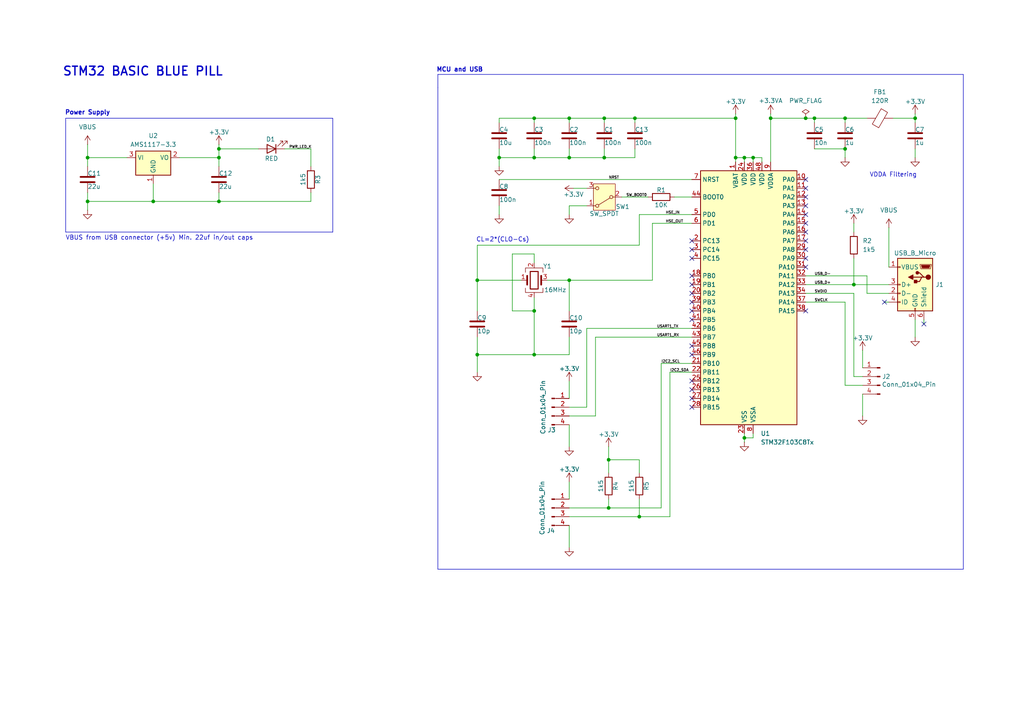
<source format=kicad_sch>
(kicad_sch (version 20231120) (generator "eeschema") (generator_version "8.0")
  (paper "A4")
  (title_block (title "Basic Blue Pill Pcb") (date "2025-01-20") (rev "0.1") (company "ArshLabs"))
  (lib_symbols
    (symbol "Connector:Conn_01x04_Pin" (pin_names (offset 1.016) hide)
      (property "Reference" "J" (at 0 5.08 0))
      (property "Value" "Conn_01x04_Pin" (at 0 -7.62 0))
      (symbol "Conn_01x04_Pin_1_1"
        (polyline (pts (xy 1.27 -5.08) (xy 0.8636 -5.08)) (stroke (width 0.1524)))
        (polyline (pts (xy 1.27 -2.54) (xy 0.8636 -2.54)) (stroke (width 0.1524)))
        (polyline (pts (xy 1.27 0) (xy 0.8636 0)) (stroke (width 0.1524)))
        (polyline (pts (xy 1.27 2.54) (xy 0.8636 2.54)) (stroke (width 0.1524)))
        (rectangle (start 0.8636 -4.953) (end 0 -5.207) (stroke (width 0.1524)) (fill (type outline)))
        (rectangle (start 0.8636 -2.413) (end 0 -2.667) (stroke (width 0.1524)) (fill (type outline)))
        (rectangle (start 0.8636 0.127) (end 0 -0.127) (stroke (width 0.1524)) (fill (type outline)))
        (rectangle (start 0.8636 2.667) (end 0 2.413) (stroke (width 0.1524)) (fill (type outline)))
        (pin passive line (at 5.08 2.54 180) (length 3.81) (name "Pin_1") (number "1"))
        (pin passive line (at 5.08 0 180) (length 3.81) (name "Pin_2") (number "2"))
        (pin passive line (at 5.08 -2.54 180) (length 3.81) (name "Pin_3") (number "3"))
        (pin passive line (at 5.08 -5.08 180) (length 3.81) (name "Pin_4") (number "4"))
      )
    )
    (symbol "Connector:USB_B_Micro" (pin_names (offset 1.016))
      (property "Reference" "J" (at -5.08 11.43 0))
      (property "Value" "USB_B_Micro" (at -5.08 8.89 0))
      (symbol "USB_B_Micro_0_1"
        (rectangle (start -5.08 -7.62) (end 5.08 7.62) (stroke (width 0.254)) (fill (type background)))
        (circle (center -3.81 2.159) (radius 0.635) (stroke (width 0.254)) (fill (type outline)))
        (circle (center -0.635 3.429) (radius 0.381) (stroke (width 0.254)) (fill (type outline)))
        (rectangle (start -0.127 -7.62) (end 0.127 -6.858))
        (polyline (pts (xy -1.905 2.159) (xy 0.635 2.159)) (stroke (width 0.254)))
        (polyline (pts (xy -3.175 2.159) (xy -2.54 2.159) (xy -1.27 3.429) (xy -0.635 3.429)) (stroke (width 0.254)))
        (polyline (pts (xy -2.54 2.159) (xy -1.905 2.159) (xy -1.27 0.889) (xy 0 0.889)) (stroke (width 0.254)))
        (polyline (pts (xy 0.635 2.794) (xy 0.635 1.524) (xy 1.905 2.159) (xy 0.635 2.794)) (stroke (width 0.254)) (fill (type outline)))
        (polyline (pts (xy -4.318 5.588) (xy -1.778 5.588) (xy -2.032 4.826) (xy -4.064 4.826) (xy -4.318 5.588)) (fill (type outline)))
        (polyline (pts (xy -4.699 5.842) (xy -4.699 5.588) (xy -4.445 4.826) (xy -4.445 4.572) (xy -1.651 4.572) (xy -1.651 4.826) (xy -1.397 5.588) (xy -1.397 5.842) (xy -4.699 5.842)))
        (rectangle (start 0.254 1.27) (end -0.508 0.508) (stroke (width 0.254)) (fill (type outline)))
        (rectangle (start 5.08 -5.207) (end 4.318 -4.953))
        (rectangle (start 5.08 -2.667) (end 4.318 -2.413))
        (rectangle (start 5.08 -0.127) (end 4.318 0.127))
        (rectangle (start 5.08 4.953) (end 4.318 5.207))
      )
      (symbol "USB_B_Micro_1_1"
        (pin power_out line (at 7.62 5.08 180) (length 2.54) (name "VBUS") (number "1"))
        (pin bidirectional line (at 7.62 -2.54 180) (length 2.54) (name "D-") (number "2"))
        (pin bidirectional line (at 7.62 0 180) (length 2.54) (name "D+") (number "3"))
        (pin passive line (at 7.62 -5.08 180) (length 2.54) (name "ID") (number "4"))
        (pin power_out line (at 0 -10.16 90) (length 2.54) (name "GND") (number "5"))
        (pin passive line (at -2.54 -10.16 90) (length 2.54) (name "Shield") (number "6"))
      )
    )
    (symbol "Device:C" (pin_numbers hide) (pin_names (offset 0.254))
      (property "Reference" "C" (at 0.635 2.54 0))
      (property "Value" "C" (at 0.635 -2.54 0))
      (symbol "C_0_1"
        (polyline (pts (xy -2.032 -0.762) (xy 2.032 -0.762)) (stroke (width 0.508)))
        (polyline (pts (xy -2.032 0.762) (xy 2.032 0.762)) (stroke (width 0.508)))
      )
      (symbol "C_1_1"
        (pin passive line (at 0 3.81 270) (length 2.794) (name "~") (number "1"))
        (pin passive line (at 0 -3.81 90) (length 2.794) (name "~") (number "2"))
      )
    )
    (symbol "Device:Crystal_GND24" (pin_names (offset 1.016) hide)
      (property "Reference" "Y" (at 3.175 5.08 0))
      (property "Value" "Crystal_GND24" (at 3.175 3.175 0))
      (symbol "Crystal_GND24_0_1"
        (rectangle (start -1.143 2.54) (end 1.143 -2.54) (stroke (width 0.3048)))
        (polyline (pts (xy -2.54 0) (xy -2.032 0)))
        (polyline (pts (xy -2.032 -1.27) (xy -2.032 1.27)) (stroke (width 0.508)))
        (polyline (pts (xy 0 -3.81) (xy 0 -3.556)))
        (polyline (pts (xy 0 3.556) (xy 0 3.81)))
        (polyline (pts (xy 2.032 -1.27) (xy 2.032 1.27)) (stroke (width 0.508)))
        (polyline (pts (xy 2.032 0) (xy 2.54 0)))
        (polyline (pts (xy -2.54 -2.286) (xy -2.54 -3.556) (xy 2.54 -3.556) (xy 2.54 -2.286)))
        (polyline (pts (xy -2.54 2.286) (xy -2.54 3.556) (xy 2.54 3.556) (xy 2.54 2.286)))
      )
      (symbol "Crystal_GND24_1_1"
        (pin passive line (at -3.81 0 0) (length 1.27) (name "1") (number "1"))
        (pin passive line (at 0 5.08 270) (length 1.27) (name "2") (number "2"))
        (pin passive line (at 3.81 0 180) (length 1.27) (name "3") (number "3"))
        (pin passive line (at 0 -5.08 90) (length 1.27) (name "4") (number "4"))
      )
    )
    (symbol "Device:FerriteBead" (pin_numbers hide) (pin_names (offset 0))
      (property "Reference" "FB" (at -3.81 0.635 90))
      (property "Value" "FerriteBead" (at 3.81 0 90))
      (symbol "FerriteBead_0_1"
        (polyline (pts (xy 0 -1.27) (xy 0 -1.2192)))
        (polyline (pts (xy 0 1.27) (xy 0 1.2954)))
        (polyline (pts (xy -2.7686 0.4064) (xy -1.7018 2.2606) (xy 2.7686 -0.3048) (xy 1.6764 -2.159) (xy -2.7686 0.4064)))
      )
      (symbol "FerriteBead_1_1"
        (pin passive line (at 0 3.81 270) (length 2.54) (name "~") (number "1"))
        (pin passive line (at 0 -3.81 90) (length 2.54) (name "~") (number "2"))
      )
    )
    (symbol "Device:LED" (pin_numbers hide) (pin_names (offset 1.016) hide)
      (property "Reference" "D" (at 0 2.54 0))
      (property "Value" "LED" (at 0 -2.54 0))
      (symbol "LED_0_1"
        (polyline (pts (xy -1.27 -1.27) (xy -1.27 1.27)) (stroke (width 0.254)))
        (polyline (pts (xy -1.27 0) (xy 1.27 0)))
        (polyline (pts (xy 1.27 -1.27) (xy 1.27 1.27) (xy -1.27 0) (xy 1.27 -1.27)) (stroke (width 0.254)))
        (polyline (pts (xy -3.048 -0.762) (xy -4.572 -2.286) (xy -3.81 -2.286) (xy -4.572 -2.286) (xy -4.572 -1.524)))
        (polyline (pts (xy -1.778 -0.762) (xy -3.302 -2.286) (xy -2.54 -2.286) (xy -3.302 -2.286) (xy -3.302 -1.524)))
      )
      (symbol "LED_1_1"
        (pin passive line (at -3.81 0 0) (length 2.54) (name "K") (number "1"))
        (pin passive line (at 3.81 0 180) (length 2.54) (name "A") (number "2"))
      )
    )
    (symbol "Device:R" (pin_numbers hide) (pin_names (offset 0))
      (property "Reference" "R" (at 2.032 0 90))
      (property "Value" "R" (at 0 0 90))
      (symbol "R_0_1"
        (rectangle (start -1.016 -2.54) (end 1.016 2.54) (stroke (width 0.254)))
      )
      (symbol "R_1_1"
        (pin passive line (at 0 3.81 270) (length 1.27) (name "~") (number "1"))
        (pin passive line (at 0 -3.81 90) (length 1.27) (name "~") (number "2"))
      )
    )
    (symbol "MCU_ST_STM32F1:STM32F103C8Tx"
      (property "Reference" "U" (at -12.7 39.37 0))
      (property "Value" "STM32F103C8Tx" (at 10.16 39.37 0))
      (symbol "STM32F103C8Tx_0_1"
        (rectangle (start -12.7 -35.56) (end 15.24 38.1) (stroke (width 0.254)) (fill (type background)))
      )
      (symbol "STM32F103C8Tx_1_1"
        (pin power_in line (at -2.54 40.64 270) (length 2.54) (name "VBAT") (number "1"))
        (pin bidirectional line (at 17.78 35.56 180) (length 2.54) (name "PA0") (number "10"))
        (pin bidirectional line (at 17.78 33.02 180) (length 2.54) (name "PA1") (number "11"))
        (pin bidirectional line (at 17.78 30.48 180) (length 2.54) (name "PA2") (number "12"))
        (pin bidirectional line (at 17.78 27.94 180) (length 2.54) (name "PA3") (number "13"))
        (pin bidirectional line (at 17.78 25.4 180) (length 2.54) (name "PA4") (number "14"))
        (pin bidirectional line (at 17.78 22.86 180) (length 2.54) (name "PA5") (number "15"))
        (pin bidirectional line (at 17.78 20.32 180) (length 2.54) (name "PA6") (number "16"))
        (pin bidirectional line (at 17.78 17.78 180) (length 2.54) (name "PA7") (number "17"))
        (pin bidirectional line (at -15.24 7.62 0) (length 2.54) (name "PB0") (number "18"))
        (pin bidirectional line (at -15.24 5.08 0) (length 2.54) (name "PB1") (number "19"))
        (pin bidirectional line (at -15.24 17.78 0) (length 2.54) (name "PC13") (number "2"))
        (pin bidirectional line (at -15.24 2.54 0) (length 2.54) (name "PB2") (number "20"))
        (pin bidirectional line (at -15.24 -17.78 0) (length 2.54) (name "PB10") (number "21"))
        (pin bidirectional line (at -15.24 -20.32 0) (length 2.54) (name "PB11") (number "22"))
        (pin power_in line (at 0 -38.1 90) (length 2.54) (name "VSS") (number "23"))
        (pin power_in line (at 0 40.64 270) (length 2.54) (name "VDD") (number "24"))
        (pin bidirectional line (at -15.24 -22.86 0) (length 2.54) (name "PB12") (number "25"))
        (pin bidirectional line (at -15.24 -25.4 0) (length 2.54) (name "PB13") (number "26"))
        (pin bidirectional line (at -15.24 -27.94 0) (length 2.54) (name "PB14") (number "27"))
        (pin bidirectional line (at -15.24 -30.48 0) (length 2.54) (name "PB15") (number "28"))
        (pin bidirectional line (at 17.78 15.24 180) (length 2.54) (name "PA8") (number "29"))
        (pin bidirectional line (at -15.24 15.24 0) (length 2.54) (name "PC14") (number "3"))
        (pin bidirectional line (at 17.78 12.7 180) (length 2.54) (name "PA9") (number "30"))
        (pin bidirectional line (at 17.78 10.16 180) (length 2.54) (name "PA10") (number "31"))
        (pin bidirectional line (at 17.78 7.62 180) (length 2.54) (name "PA11") (number "32"))
        (pin bidirectional line (at 17.78 5.08 180) (length 2.54) (name "PA12") (number "33"))
        (pin bidirectional line (at 17.78 2.54 180) (length 2.54) (name "PA13") (number "34"))
        (pin passive line (at 0 -38.1 90) (length 2.54) hide (name "VSS") (number "35"))
        (pin power_in line (at 2.54 40.64 270) (length 2.54) (name "VDD") (number "36"))
        (pin bidirectional line (at 17.78 0 180) (length 2.54) (name "PA14") (number "37"))
        (pin bidirectional line (at 17.78 -2.54 180) (length 2.54) (name "PA15") (number "38"))
        (pin bidirectional line (at -15.24 0 0) (length 2.54) (name "PB3") (number "39"))
        (pin bidirectional line (at -15.24 12.7 0) (length 2.54) (name "PC15") (number "4"))
        (pin bidirectional line (at -15.24 -2.54 0) (length 2.54) (name "PB4") (number "40"))
        (pin bidirectional line (at -15.24 -5.08 0) (length 2.54) (name "PB5") (number "41"))
        (pin bidirectional line (at -15.24 -7.62 0) (length 2.54) (name "PB6") (number "42"))
        (pin bidirectional line (at -15.24 -10.16 0) (length 2.54) (name "PB7") (number "43"))
        (pin input line (at -15.24 30.48 0) (length 2.54) (name "BOOT0") (number "44"))
        (pin bidirectional line (at -15.24 -12.7 0) (length 2.54) (name "PB8") (number "45"))
        (pin bidirectional line (at -15.24 -15.24 0) (length 2.54) (name "PB9") (number "46"))
        (pin passive line (at 0 -38.1 90) (length 2.54) hide (name "VSS") (number "47"))
        (pin power_in line (at 5.08 40.64 270) (length 2.54) (name "VDD") (number "48"))
        (pin bidirectional line (at -15.24 25.4 0) (length 2.54) (name "PD0") (number "5"))
        (pin bidirectional line (at -15.24 22.86 0) (length 2.54) (name "PD1") (number "6"))
        (pin input line (at -15.24 35.56 0) (length 2.54) (name "NRST") (number "7"))
        (pin power_in line (at 2.54 -38.1 90) (length 2.54) (name "VSSA") (number "8"))
        (pin power_in line (at 7.62 40.64 270) (length 2.54) (name "VDDA") (number "9"))
      )
    )
    (symbol "Regulator_Linear:AMS1117-3.3"
      (property "Reference" "U" (at -3.81 3.175 0))
      (property "Value" "AMS1117-3.3" (at 0 3.175 0))
      (symbol "AMS1117-3.3_0_1"
        (rectangle (start -5.08 -5.08) (end 5.08 1.905) (stroke (width 0.254)) (fill (type background)))
      )
      (symbol "AMS1117-3.3_1_1"
        (pin power_in line (at 0 -7.62 90) (length 2.54) (name "GND") (number "1"))
        (pin power_out line (at 7.62 0 180) (length 2.54) (name "VO") (number "2"))
        (pin power_in line (at -7.62 0 0) (length 2.54) (name "VI") (number "3"))
      )
    )
    (symbol "Switch:SW_SPDT" (pin_names (offset 0) hide)
      (property "Reference" "SW" (at 0 5.08 0))
      (property "Value" "SW_SPDT" (at 0 -5.08 0))
      (symbol "SW_SPDT_0_1"
        (circle (center -2.032 0) (radius 0.4572))
        (polyline (pts (xy -1.651 0.254) (xy 1.651 2.286)))
        (circle (center 2.032 -2.54) (radius 0.4572))
        (circle (center 2.032 2.54) (radius 0.4572))
      )
      (symbol "SW_SPDT_1_1"
        (rectangle (start -3.175 3.81) (end 3.175 -3.81) (fill (type background)))
        (pin passive line (at 5.08 2.54 180) (length 2.54) (name "A") (number "1"))
        (pin passive line (at -5.08 0 0) (length 2.54) (name "B") (number "2"))
        (pin passive line (at 5.08 -2.54 180) (length 2.54) (name "C") (number "3"))
      )
    )
    (symbol "power:+3.3V" (power) (pin_numbers hide) (pin_names (offset 0) hide)
      (property "Value" "+3.3V" (at 0 3.556 0))
      (symbol "+3.3V_0_1"
        (polyline (pts (xy -0.762 1.27) (xy 0 2.54)))
        (polyline (pts (xy 0 0) (xy 0 2.54)))
        (polyline (pts (xy 0 2.54) (xy 0.762 1.27)))
      )
      (symbol "+3.3V_1_1"
        (pin power_in line (at 0 0 90) (length 0) (name "~") (number "1"))
      )
    )
    (symbol "power:+3.3VA" (power) (pin_numbers hide) (pin_names (offset 0) hide)
      (property "Value" "+3.3VA" (at 0 3.556 0))
      (symbol "+3.3VA_0_1"
        (polyline (pts (xy -0.762 1.27) (xy 0 2.54)))
        (polyline (pts (xy 0 0) (xy 0 2.54)))
        (polyline (pts (xy 0 2.54) (xy 0.762 1.27)))
      )
      (symbol "+3.3VA_1_1"
        (pin power_in line (at 0 0 90) (length 0) (name "~") (number "1"))
      )
    )
    (symbol "power:GND" (power) (pin_numbers hide) (pin_names (offset 0) hide)
      (property "Value" "GND" (at 0 -3.81 0))
      (symbol "GND_0_1"
        (polyline (pts (xy 0 0) (xy 0 -1.27) (xy 1.27 -1.27) (xy 0 -2.54) (xy -1.27 -1.27) (xy 0 -1.27)))
      )
      (symbol "GND_1_1"
        (pin power_in line (at 0 0 270) (length 0) (name "~") (number "1"))
      )
    )
    (symbol "power:PWR_FLAG" (power) (pin_numbers hide) (pin_names (offset 0) hide)
      (property "Value" "PWR_FLAG" (at 0 3.81 0))
      (symbol "PWR_FLAG_0_0"
        (pin power_out line (at 0 0 90) (length 0) (name "~") (number "1"))
      )
      (symbol "PWR_FLAG_0_1"
        (polyline (pts (xy 0 0) (xy 0 1.27) (xy -1.016 1.905) (xy 0 2.54) (xy 1.016 1.905) (xy 0 1.27)))
      )
    )
    (symbol "power:VBUS" (power) (pin_numbers hide) (pin_names (offset 0) hide)
      (property "Value" "VBUS" (at 0 3.556 0))
      (symbol "VBUS_0_1"
        (polyline (pts (xy -0.762 1.27) (xy 0 2.54)))
        (polyline (pts (xy 0 0) (xy 0 2.54)))
        (polyline (pts (xy 0 2.54) (xy 0.762 1.27)))
      )
      (symbol "VBUS_1_1"
        (pin power_in line (at 0 0 90) (length 0) (name "~") (number "1"))
      )
    )
  )
  (junction (at 215.9 127))
  (junction (at 144.78 45.72))
  (junction (at 154.94 45.72))
  (junction (at 25.4 58.42))
  (junction (at 218.44 45.72))
  (junction (at 175.26 34.29))
  (junction (at 63.5 58.42))
  (junction (at 236.22 34.29))
  (junction (at 245.11 43.18))
  (junction (at 184.15 34.29))
  (junction (at 44.45 58.42))
  (junction (at 138.43 102.87))
  (junction (at 154.94 90.17))
  (junction (at 175.26 45.72))
  (junction (at 223.52 34.29))
  (junction (at 176.53 147.32))
  (junction (at 165.1 81.28))
  (junction (at 63.5 43.18))
  (junction (at 265.43 34.29))
  (junction (at 233.68 34.29))
  (junction (at 165.1 45.72))
  (junction (at 165.1 34.29))
  (junction (at 247.65 82.55))
  (junction (at 154.94 34.29))
  (junction (at 63.5 45.72))
  (junction (at 213.36 34.29))
  (junction (at 215.9 45.72))
  (junction (at 25.4 45.72))
  (junction (at 176.53 133.35))
  (junction (at 245.11 34.29))
  (junction (at 185.42 149.86))
  (junction (at 154.94 102.87))
  (junction (at 138.43 81.28))
  (junction (at 213.36 45.72))
  (no_connect (at 200.66 82.55))
  (no_connect (at 200.66 85.09))
  (no_connect (at 200.66 92.71))
  (no_connect (at 233.68 67.31))
  (no_connect (at 200.66 102.87))
  (no_connect (at 200.66 100.33))
  (no_connect (at 200.66 69.85))
  (no_connect (at 200.66 113.03))
  (no_connect (at 233.68 69.85))
  (no_connect (at 233.68 52.07))
  (no_connect (at 233.68 57.15))
  (no_connect (at 200.66 74.93))
  (no_connect (at 233.68 72.39))
  (no_connect (at 233.68 74.93))
  (no_connect (at 200.66 80.01))
  (no_connect (at 233.68 59.69))
  (no_connect (at 200.66 87.63))
  (no_connect (at 233.68 54.61))
  (no_connect (at 233.68 90.17))
  (no_connect (at 233.68 64.77))
  (no_connect (at 267.97 93.98))
  (no_connect (at 256.54 87.63))
  (no_connect (at 200.66 72.39))
  (no_connect (at 233.68 62.23))
  (no_connect (at 200.66 90.17))
  (no_connect (at 200.66 118.11))
  (no_connect (at 233.68 77.47))
  (no_connect (at 200.66 115.57))
  (no_connect (at 200.66 110.49))
  (wire (pts (xy 218.44 127) (xy 215.9 127)))
  (wire (pts (xy 175.26 34.29) (xy 175.26 35.56)))
  (wire (pts (xy 154.94 76.2) (xy 154.94 73.66)))
  (wire (pts (xy 176.53 133.35) (xy 176.53 137.16)))
  (wire (pts (xy 236.22 34.29) (xy 245.11 34.29)))
  (wire (pts (xy 165.1 34.29) (xy 165.1 35.56)))
  (wire (pts (xy 200.66 52.07) (xy 144.78 52.07)))
  (wire (pts (xy 185.42 149.86) (xy 194.31 149.86)))
  (wire (pts (xy 138.43 81.28) (xy 138.43 90.17)))
  (wire (pts (xy 218.44 45.72) (xy 218.44 46.99)))
  (wire (pts (xy 194.31 107.95) (xy 200.66 107.95)))
  (wire (pts (xy 251.46 80.01) (xy 251.46 85.09)))
  (polyline (pts (xy 19.05 67.31) (xy 96.52 67.31)))
  (wire (pts (xy 63.5 55.88) (xy 63.5 58.42)))
  (wire (pts (xy 165.1 123.19) (xy 165.1 129.54)))
  (wire (pts (xy 154.94 34.29) (xy 154.94 35.56)))
  (polyline (pts (xy 19.05 34.29) (xy 96.52 34.29)))
  (wire (pts (xy 148.59 90.17) (xy 154.94 90.17)))
  (wire (pts (xy 175.26 45.72) (xy 175.26 43.18)))
  (wire (pts (xy 215.9 45.72) (xy 218.44 45.72)))
  (wire (pts (xy 259.08 34.29) (xy 265.43 34.29)))
  (wire (pts (xy 138.43 102.87) (xy 154.94 102.87)))
  (polyline (pts (xy 279.4 165.1) (xy 279.4 21.59)))
  (wire (pts (xy 236.22 43.18) (xy 245.11 43.18)))
  (wire (pts (xy 151.13 81.28) (xy 138.43 81.28)))
  (polyline (pts (xy 279.4 21.59) (xy 127 21.59)))
  (wire (pts (xy 247.65 109.22) (xy 250.19 109.22)))
  (wire (pts (xy 265.43 34.29) (xy 265.43 35.56)))
  (wire (pts (xy 265.43 33.02) (xy 265.43 34.29)))
  (wire (pts (xy 165.1 34.29) (xy 154.94 34.29)))
  (wire (pts (xy 63.5 45.72) (xy 63.5 48.26)))
  (wire (pts (xy 144.78 45.72) (xy 154.94 45.72)))
  (wire (pts (xy 233.68 85.09) (xy 247.65 85.09)))
  (wire (pts (xy 165.1 139.7) (xy 165.1 144.78)))
  (wire (pts (xy 172.72 120.65) (xy 172.72 97.79)))
  (wire (pts (xy 245.11 87.63) (xy 245.11 111.76)))
  (wire (pts (xy 176.53 147.32) (xy 191.77 147.32)))
  (wire (pts (xy 170.18 118.11) (xy 165.1 118.11)))
  (wire (pts (xy 165.1 152.4) (xy 165.1 158.75)))
  (wire (pts (xy 170.18 59.69) (xy 165.1 59.69)))
  (wire (pts (xy 256.54 87.63) (xy 257.81 87.63)))
  (wire (pts (xy 189.23 81.28) (xy 189.23 64.77)))
  (wire (pts (xy 195.58 57.15) (xy 200.66 57.15)))
  (wire (pts (xy 175.26 34.29) (xy 184.15 34.29)))
  (wire (pts (xy 154.94 73.66) (xy 148.59 73.66)))
  (wire (pts (xy 144.78 34.29) (xy 144.78 35.56)))
  (wire (pts (xy 189.23 64.77) (xy 200.66 64.77)))
  (wire (pts (xy 223.52 34.29) (xy 233.68 34.29)))
  (wire (pts (xy 184.15 34.29) (xy 184.15 35.56)))
  (wire (pts (xy 176.53 144.78) (xy 176.53 147.32)))
  (wire (pts (xy 223.52 34.29) (xy 223.52 46.99)))
  (wire (pts (xy 25.4 58.42) (xy 25.4 60.96)))
  (wire (pts (xy 251.46 85.09) (xy 257.81 85.09)))
  (wire (pts (xy 165.1 120.65) (xy 172.72 120.65)))
  (wire (pts (xy 191.77 147.32) (xy 191.77 105.41)))
  (wire (pts (xy 184.15 34.29) (xy 213.36 34.29)))
  (polyline (pts (xy 96.52 67.31) (xy 96.52 34.29)))
  (wire (pts (xy 154.94 34.29) (xy 144.78 34.29)))
  (wire (pts (xy 233.68 80.01) (xy 251.46 80.01)))
  (wire (pts (xy 185.42 137.16) (xy 185.42 133.35)))
  (wire (pts (xy 265.43 92.71) (xy 265.43 97.79)))
  (wire (pts (xy 257.81 66.04) (xy 257.81 77.47)))
  (wire (pts (xy 144.78 59.69) (xy 144.78 62.23)))
  (wire (pts (xy 138.43 102.87) (xy 138.43 107.95)))
  (wire (pts (xy 265.43 43.18) (xy 265.43 45.72)))
  (wire (pts (xy 170.18 95.25) (xy 170.18 118.11)))
  (wire (pts (xy 90.17 58.42) (xy 63.5 58.42)))
  (wire (pts (xy 44.45 53.34) (xy 44.45 58.42)))
  (wire (pts (xy 194.31 149.86) (xy 194.31 107.95)))
  (wire (pts (xy 138.43 71.12) (xy 185.42 71.12)))
  (wire (pts (xy 166.37 54.61) (xy 170.18 54.61)))
  (wire (pts (xy 25.4 45.72) (xy 25.4 48.26)))
  (wire (pts (xy 154.94 90.17) (xy 154.94 86.36)))
  (wire (pts (xy 218.44 45.72) (xy 220.98 45.72)))
  (wire (pts (xy 170.18 95.25) (xy 200.66 95.25)))
  (wire (pts (xy 90.17 43.18) (xy 90.17 48.26)))
  (wire (pts (xy 144.78 43.18) (xy 144.78 45.72)))
  (wire (pts (xy 165.1 110.49) (xy 165.1 115.57)))
  (wire (pts (xy 165.1 45.72) (xy 175.26 45.72)))
  (polyline (pts (xy 19.05 34.29) (xy 19.05 67.31)))
  (wire (pts (xy 25.4 55.88) (xy 25.4 58.42)))
  (wire (pts (xy 44.45 58.42) (xy 25.4 58.42)))
  (wire (pts (xy 213.36 45.72) (xy 213.36 46.99)))
  (polyline (pts (xy 127 165.1) (xy 279.4 165.1)))
  (wire (pts (xy 185.42 144.78) (xy 185.42 149.86)))
  (wire (pts (xy 90.17 55.88) (xy 90.17 58.42)))
  (wire (pts (xy 25.4 41.91) (xy 25.4 45.72)))
  (wire (pts (xy 180.34 57.15) (xy 187.96 57.15)))
  (wire (pts (xy 247.65 74.93) (xy 247.65 82.55)))
  (wire (pts (xy 185.42 71.12) (xy 185.42 62.23)))
  (wire (pts (xy 165.1 59.69) (xy 165.1 62.23)))
  (wire (pts (xy 236.22 34.29) (xy 236.22 35.56)))
  (wire (pts (xy 250.19 101.6) (xy 250.19 106.68)))
  (wire (pts (xy 165.1 149.86) (xy 185.42 149.86)))
  (wire (pts (xy 138.43 102.87) (xy 138.43 97.79)))
  (wire (pts (xy 233.68 82.55) (xy 247.65 82.55)))
  (wire (pts (xy 63.5 58.42) (xy 44.45 58.42)))
  (wire (pts (xy 154.94 43.18) (xy 154.94 45.72)))
  (wire (pts (xy 63.5 41.91) (xy 63.5 43.18)))
  (wire (pts (xy 165.1 81.28) (xy 189.23 81.28)))
  (wire (pts (xy 165.1 81.28) (xy 165.1 90.17)))
  (wire (pts (xy 165.1 43.18) (xy 165.1 45.72)))
  (wire (pts (xy 191.77 105.41) (xy 200.66 105.41)))
  (wire (pts (xy 154.94 45.72) (xy 165.1 45.72)))
  (wire (pts (xy 172.72 97.79) (xy 200.66 97.79)))
  (wire (pts (xy 215.9 127) (xy 215.9 128.27)))
  (wire (pts (xy 245.11 34.29) (xy 245.11 35.56)))
  (wire (pts (xy 175.26 34.29) (xy 165.1 34.29)))
  (wire (pts (xy 184.15 45.72) (xy 175.26 45.72)))
  (wire (pts (xy 213.36 33.02) (xy 213.36 34.29)))
  (wire (pts (xy 213.36 34.29) (xy 213.36 45.72)))
  (wire (pts (xy 148.59 73.66) (xy 148.59 90.17)))
  (wire (pts (xy 250.19 114.3) (xy 250.19 120.65)))
  (wire (pts (xy 158.75 81.28) (xy 165.1 81.28)))
  (wire (pts (xy 184.15 43.18) (xy 184.15 45.72)))
  (wire (pts (xy 215.9 45.72) (xy 215.9 46.99)))
  (wire (pts (xy 154.94 90.17) (xy 154.94 102.87)))
  (wire (pts (xy 82.55 43.18) (xy 90.17 43.18)))
  (wire (pts (xy 165.1 97.79) (xy 165.1 102.87)))
  (polyline (pts (xy 127 21.59) (xy 127 25.4)))
  (wire (pts (xy 25.4 45.72) (xy 36.83 45.72)))
  (wire (pts (xy 165.1 147.32) (xy 176.53 147.32)))
  (wire (pts (xy 63.5 43.18) (xy 74.93 43.18)))
  (wire (pts (xy 223.52 33.02) (xy 223.52 34.29)))
  (wire (pts (xy 247.65 85.09) (xy 247.65 109.22)))
  (wire (pts (xy 138.43 81.28) (xy 138.43 71.12)))
  (wire (pts (xy 218.44 125.73) (xy 218.44 127)))
  (wire (pts (xy 185.42 62.23) (xy 200.66 62.23)))
  (wire (pts (xy 247.65 82.55) (xy 257.81 82.55)))
  (wire (pts (xy 63.5 43.18) (xy 63.5 45.72)))
  (wire (pts (xy 215.9 125.73) (xy 215.9 127)))
  (wire (pts (xy 233.68 87.63) (xy 245.11 87.63)))
  (wire (pts (xy 267.97 93.98) (xy 267.97 92.71)))
  (wire (pts (xy 245.11 43.18) (xy 245.11 45.72)))
  (wire (pts (xy 213.36 45.72) (xy 215.9 45.72)))
  (wire (pts (xy 247.65 64.77) (xy 247.65 67.31)))
  (wire (pts (xy 245.11 111.76) (xy 250.19 111.76)))
  (wire (pts (xy 176.53 129.54) (xy 176.53 133.35)))
  (wire (pts (xy 144.78 45.72) (xy 144.78 48.26)))
  (wire (pts (xy 245.11 34.29) (xy 251.46 34.29)))
  (wire (pts (xy 185.42 133.35) (xy 176.53 133.35)))
  (wire (pts (xy 154.94 102.87) (xy 165.1 102.87)))
  (wire (pts (xy 220.98 45.72) (xy 220.98 46.99)))
  (polyline (pts (xy 127 25.4) (xy 127 165.1)))
  (wire (pts (xy 52.07 45.72) (xy 63.5 45.72)))
  (wire (pts (xy 233.68 34.29) (xy 236.22 34.29)))
  (text "MCU and USB\n" (at 133.35 20.32 0) (effects (font (size 1.27 1.27) (thickness 0.254) (bold yes))))
  (text "CL=2*(CLO-Cs) " (at 146.304 69.596 0) (effects (font (size 1.27 1.27))))
  (text "VDDA Filtering" (at 259.08 50.8 0) (effects (font (size 1.27 1.27))))
  (text "VBUS from USB connector (+5v) Min. 22uf in/out caps\n" (at 46.228 69.088 0) (effects (font (size 1.27 1.27))))
  (text "Power Supply" (at 25.4 32.766 0) (effects (font (size 1.27 1.27) (thickness 0.254) (bold yes))))
  (text "STM32 BASIC BLUE PILL " (at 42.418 20.828 0) (effects (font (size 2.54 2.54) (thickness 0.4064) (bold yes))))
  (label "SWDIO" (at 236.22 85.09 0) (effects (font (size 0.762 0.762))))
  (label "I2C2_SCL" (at 191.77 105.41 0) (effects (font (size 0.762 0.762))))
  (label "I2C2_SDA" (at 194.31 107.95 0) (effects (font (size 0.762 0.762))))
  (label "SW_BOOT0" (at 181.61 57.15 0) (effects (font (size 0.762 0.762))))
  (label "USART1_RX" (at 190.5 97.79 0) (effects (font (size 0.762 0.762))))
  (label "USART1_TX" (at 190.5 95.25 0) (effects (font (size 0.762 0.762))))
  (label "PWR_LED_K" (at 83.82 43.18 0) (effects (font (size 0.762 0.762))))
  (label "SWCLK" (at 236.22 87.63 0) (effects (font (size 0.762 0.762))))
  (label "NRST" (at 176.53 52.07 0) (effects (font (size 0.762 0.762))))
  (label "HSE_OUT" (at 193.04 64.77 0) (effects (font (size 0.762 0.762))))
  (label "HSE_IN" (at 193.04 62.23 0) (effects (font (size 0.762 0.762))))
  (label "USB_D+" (at 236.22 82.55 0) (effects (font (size 0.762 0.762))))
  (label "USB_D-" (at 236.22 80.01 0) (effects (font (size 0.762 0.762))))
  (symbol (lib_id "Device:C") (at 184.15 39.37 0) (unit 1)
    (property "Reference" "C13" (at 184.15 37.592 0) (effects (justify left)))
    (property "Value" "100n" (at 184.15 41.402 0) (effects (justify left)))
    (property "Footprint" "Capacitor_SMD:C_0402_1005Metric" (effects (hide yes)))
    (property "Description" "Unpolarized capacitor" (effects (hide yes)))
  )
  (symbol (lib_id "Device:C") (at 25.4 52.07 0) (unit 1)
    (property "Reference" "C11" (at 25.4 50.292 0) (effects (justify left)))
    (property "Value" "22u" (at 25.4 54.102 0) (effects (justify left)))
    (property "Footprint" "Capacitor_SMD:C_0805_2012Metric" (effects (hide yes)))
    (property "Description" "Unpolarized capacitor" (effects (hide yes)))
  )
  (symbol (lib_id "power:+3.3V") (at 213.36 33.02 0) (unit 1)
    (property "Reference" "#PWR02" (effects (hide yes)))
    (property "Value" "+3.3V" (at 213.36 29.464 0))
    (property "Description" "Power symbol creates a global label with name \"+3.3V\"" (effects (hide yes)))
  )
  (symbol (lib_id "power:GND") (at 265.43 97.79 0) (unit 1)
    (property "Reference" "#PWR012" (effects (hide yes)))
    (property "Value" "GND" (effects (hide yes)))
    (property "Description" "Power symbol creates a global label with name \"GND\" , ground" (effects (hide yes)))
  )
  (symbol (lib_id "Device:FerriteBead") (at 255.27 34.29 90) (unit 1)
    (property "Reference" "FB1" (at 255.2192 26.67 90))
    (property "Value" "120R" (at 255.2192 29.21 90))
    (property "Footprint" "Inductor_SMD:L_0603_1608Metric" (effects (hide yes)))
    (property "Description" "Ferrite bead" (effects (hide yes)))
  )
  (symbol (lib_id "power:GND") (at 138.43 107.95 0) (unit 1)
    (property "Reference" "#PWR011" (effects (hide yes)))
    (property "Value" "GND" (effects (hide yes)))
    (property "Description" "Power symbol creates a global label with name \"GND\" , ground" (effects (hide yes)))
  )
  (symbol (lib_id "Device:C") (at 138.43 93.98 0) (unit 1)
    (property "Reference" "C9" (at 138.43 92.202 0) (effects (justify left)))
    (property "Value" "10p" (at 138.43 96.012 0) (effects (justify left)))
    (property "Footprint" "Capacitor_SMD:C_0402_1005Metric" (effects (hide yes)))
    (property "Description" "Unpolarized capacitor" (effects (hide yes)))
  )
  (symbol (lib_id "Device:R") (at 90.17 52.07 0) (unit 1)
    (property "Reference" "R3" (at 92.202 52.07 90))
    (property "Value" "1k5" (at 87.884 52.07 90))
    (property "Footprint" "Resistor_SMD:R_01005_0402Metric" (effects (hide yes)))
    (property "Description" "Resistor" (effects (hide yes)))
  )
  (symbol (lib_id "power:GND") (at 245.11 45.72 0) (unit 1)
    (property "Reference" "#PWR06" (effects (hide yes)))
    (property "Value" "GND" (effects (hide yes)))
    (property "Description" "Power symbol creates a global label with name \"GND\" , ground" (effects (hide yes)))
  )
  (symbol (lib_id "Device:R") (at 176.53 140.97 0) (unit 1)
    (property "Reference" "R4" (at 178.562 140.97 90))
    (property "Value" "1k5" (at 174.244 140.97 90))
    (property "Footprint" "Resistor_SMD:R_01005_0402Metric" (effects (hide yes)))
    (property "Description" "Resistor" (effects (hide yes)))
  )
  (symbol (lib_id "Device:C") (at 265.43 39.37 0) (unit 1)
    (property "Reference" "C7" (at 265.43 37.592 0) (effects (justify left)))
    (property "Value" "1u" (at 265.43 41.402 0) (effects (justify left)))
    (property "Footprint" "Capacitor_SMD:C_0402_1005Metric" (effects (hide yes)))
    (property "Description" "Unpolarized capacitor" (effects (hide yes)))
  )
  (symbol (lib_id "Device:R") (at 247.65 71.12 0) (unit 1)
    (property "Reference" "R2" (at 250.19 69.8499 0) (effects (justify left)))
    (property "Value" "1k5" (at 250.19 72.3899 0) (effects (justify left)))
    (property "Footprint" "Resistor_SMD:R_01005_0402Metric" (effects (hide yes)))
    (property "Description" "Resistor" (effects (hide yes)))
  )
  (symbol (lib_id "Regulator_Linear:AMS1117-3.3") (at 44.45 45.72 0) (unit 1)
    (property "Reference" "U2" (at 44.45 39.37 0))
    (property "Value" "AMS1117-3.3" (at 44.45 41.91 0))
    (property "Footprint" "Package_TO_SOT_SMD:SOT-223-3_TabPin2" (effects (hide yes)))
    (property "Datasheet" "http://www.advanced-monolithic.com/pdf/ds1117.pdf" (effects (hide yes)))
    (property "Description" "1A Low Dropout regulator, positive, 3.3V fixed output, SOT-223" (effects (hide yes)))
  )
  (symbol (lib_id "Device:C") (at 245.11 39.37 0) (unit 1)
    (property "Reference" "C6" (at 245.11 37.592 0) (effects (justify left)))
    (property "Value" "1u" (at 245.11 41.402 0) (effects (justify left)))
    (property "Footprint" "Capacitor_SMD:C_0402_1005Metric" (effects (hide yes)))
    (property "Description" "Unpolarized capacitor" (effects (hide yes)))
  )
  (symbol (lib_id "Device:LED") (at 78.74 43.18 180) (unit 1)
    (property "Reference" "D1" (at 78.486 40.386 0))
    (property "Value" "RED" (at 78.74 45.974 0))
    (property "Footprint" "LED_SMD:LED_0603_1608Metric" (effects (hide yes)))
    (property "Description" "Light emitting diode" (effects (hide yes)))
  )
  (symbol (lib_id "Device:Crystal_GND24") (at 154.94 81.28 0) (unit 1)
    (property "Reference" "Y1" (at 158.75 77.216 0))
    (property "Value" "16MHz" (at 161.036 84.074 0))
    (property "Footprint" "Crystal:Crystal_SMD_3225-4Pin_3.2x2.5mm" (effects (hide yes)))
    (property "Description" "Four pin crystal, GND on pins 2 and 4" (effects (hide yes)))
  )
  (symbol (lib_id "power:GND") (at 165.1 129.54 0) (unit 1)
    (property "Reference" "#PWR013" (effects (hide yes)))
    (property "Value" "GND" (effects (hide yes)))
    (property "Description" "Power symbol creates a global label with name \"GND\" , ground" (effects (hide yes)))
  )
  (symbol (lib_id "power:+3.3V") (at 265.43 33.02 0) (unit 1)
    (property "Reference" "#PWR05" (effects (hide yes)))
    (property "Value" "+3.3V" (at 265.43 29.464 0))
    (property "Description" "Power symbol creates a global label with name \"+3.3V\"" (effects (hide yes)))
  )
  (symbol (lib_id "Device:C") (at 144.78 55.88 0) (unit 1)
    (property "Reference" "C8" (at 144.78 54.102 0) (effects (justify left)))
    (property "Value" "100n" (at 144.78 57.912 0) (effects (justify left)))
    (property "Footprint" "Capacitor_SMD:C_0402_1005Metric" (effects (hide yes)))
    (property "Description" "Unpolarized capacitor" (effects (hide yes)))
  )
  (symbol (lib_id "Connector:USB_B_Micro") (at 265.43 82.55 0) (mirror y) (unit 1)
    (property "Reference" "J1" (at 272.542 82.55 0))
    (property "Value" "USB_B_Micro" (at 265.43 73.406 0))
    (property "Footprint" "Connector_USB:USB_Micro-B_Wuerth_629105150521" (effects (hide yes)))
    (property "Description" "USB Micro Type B connector" (effects (hide yes)))
  )
  (symbol (lib_id "power:PWR_FLAG") (at 233.68 34.29 0) (unit 1)
    (property "Reference" "#FLG01" (effects (hide yes)))
    (property "Value" "PWR_FLAG" (at 233.68 29.21 0))
    (property "Description" "Special symbol for telling ERC where power comes from" (effects (hide yes)))
  )
  (symbol (lib_id "Device:C") (at 63.5 52.07 0) (unit 1)
    (property "Reference" "C12" (at 63.5 50.292 0) (effects (justify left)))
    (property "Value" "22u" (at 63.5 54.102 0) (effects (justify left)))
    (property "Footprint" "Capacitor_SMD:C_0805_2012Metric" (effects (hide yes)))
    (property "Description" "Unpolarized capacitor" (effects (hide yes)))
  )
  (symbol (lib_id "power:GND") (at 25.4 60.96 0) (unit 1)
    (property "Reference" "#PWR018" (effects (hide yes)))
    (property "Value" "GND" (effects (hide yes)))
    (property "Description" "Power symbol creates a global label with name \"GND\" , ground" (effects (hide yes)))
  )
  (symbol (lib_id "power:VBUS") (at 25.4 41.91 0) (unit 1)
    (property "Reference" "#PWR020" (effects (hide yes)))
    (property "Value" "VBUS" (at 25.4 36.83 0))
    (property "Description" "Power symbol creates a global label with name \"VBUS\"" (effects (hide yes)))
  )
  (symbol (lib_id "power:GND") (at 165.1 158.75 0) (unit 1)
    (property "Reference" "#PWR021" (effects (hide yes)))
    (property "Value" "GND" (effects (hide yes)))
    (property "Description" "Power symbol creates a global label with name \"GND\" , ground" (effects (hide yes)))
  )
  (symbol (lib_id "power:+3.3V") (at 247.65 64.77 0) (unit 1)
    (property "Reference" "#PWR015" (effects (hide yes)))
    (property "Value" "+3.3V" (at 247.65 61.214 0))
    (property "Description" "Power symbol creates a global label with name \"+3.3V\"" (effects (hide yes)))
  )
  (symbol (lib_id "power:+3.3V") (at 250.19 101.6 0) (unit 1)
    (property "Reference" "#PWR016" (effects (hide yes)))
    (property "Value" "+3.3V" (at 250.19 98.044 0))
    (property "Description" "Power symbol creates a global label with name \"+3.3V\"" (effects (hide yes)))
  )
  (symbol (lib_id "Device:C") (at 144.78 39.37 0) (unit 1)
    (property "Reference" "C4" (at 144.78 37.592 0) (effects (justify left)))
    (property "Value" "10u" (at 144.78 41.402 0) (effects (justify left)))
    (property "Footprint" "Capacitor_SMD:C_0402_1005Metric" (effects (hide yes)))
    (property "Description" "Unpolarized capacitor" (effects (hide yes)))
  )
  (symbol (lib_id "power:+3.3V") (at 165.1 139.7 0) (unit 1)
    (property "Reference" "#PWR023" (effects (hide yes)))
    (property "Value" "+3.3V" (at 165.1 136.144 0))
    (property "Description" "Power symbol creates a global label with name \"+3.3V\"" (effects (hide yes)))
  )
  (symbol (lib_id "Device:C") (at 154.94 39.37 0) (unit 1)
    (property "Reference" "C3" (at 154.94 37.592 0) (effects (justify left)))
    (property "Value" "100n" (at 154.94 41.402 0) (effects (justify left)))
    (property "Footprint" "Capacitor_SMD:C_0402_1005Metric" (effects (hide yes)))
    (property "Description" "Unpolarized capacitor" (effects (hide yes)))
  )
  (symbol (lib_id "Device:C") (at 175.26 39.37 0) (unit 1)
    (property "Reference" "C1" (at 175.26 37.592 0) (effects (justify left)))
    (property "Value" "100n" (at 175.26 41.402 0) (effects (justify left)))
    (property "Footprint" "Capacitor_SMD:C_0402_1005Metric" (effects (hide yes)))
    (property "Description" "Unpolarized capacitor" (effects (hide yes)))
  )
  (symbol (lib_id "power:GND") (at 215.9 128.27 0) (unit 1)
    (property "Reference" "#PWR01" (effects (hide yes)))
    (property "Value" "GND" (effects (hide yes)))
    (property "Description" "Power symbol creates a global label with name \"GND\" , ground" (effects (hide yes)))
  )
  (symbol (lib_id "Device:C") (at 236.22 39.37 0) (unit 1)
    (property "Reference" "C5" (at 236.22 37.592 0) (effects (justify left)))
    (property "Value" "10n" (at 236.22 41.402 0) (effects (justify left)))
    (property "Footprint" "Capacitor_SMD:C_0402_1005Metric" (effects (hide yes)))
    (property "Description" "Unpolarized capacitor" (effects (hide yes)))
  )
  (symbol (lib_id "power:GND") (at 144.78 48.26 0) (unit 1)
    (property "Reference" "#PWR03" (effects (hide yes)))
    (property "Value" "GND" (effects (hide yes)))
    (property "Description" "Power symbol creates a global label with name \"GND\" , ground" (effects (hide yes)))
  )
  (symbol (lib_id "power:VBUS") (at 257.81 66.04 0) (unit 1)
    (property "Reference" "#PWR014" (effects (hide yes)))
    (property "Value" "VBUS" (at 257.81 60.96 0))
    (property "Description" "Power symbol creates a global label with name \"VBUS\"" (effects (hide yes)))
  )
  (symbol (lib_id "power:+3.3V") (at 176.53 129.54 0) (unit 1)
    (property "Reference" "#PWR024" (effects (hide yes)))
    (property "Value" "+3.3V" (at 176.53 125.984 0))
    (property "Description" "Power symbol creates a global label with name \"+3.3V\"" (effects (hide yes)))
  )
  (symbol (lib_id "Device:R") (at 185.42 140.97 0) (unit 1)
    (property "Reference" "R5" (at 187.452 140.97 90))
    (property "Value" "1k5" (at 183.134 140.97 90))
    (property "Footprint" "Resistor_SMD:R_01005_0402Metric" (effects (hide yes)))
    (property "Description" "Resistor" (effects (hide yes)))
  )
  (symbol (lib_id "power:+3.3VA") (at 223.52 33.02 0) (unit 1)
    (property "Reference" "#PWR04" (effects (hide yes)))
    (property "Value" "+3.3VA" (at 223.52 29.21 0))
    (property "Description" "Power symbol creates a global label with name \"+3.3VA\"" (effects (hide yes)))
  )
  (symbol (lib_id "Connector:Conn_01x04_Pin") (at 160.02 118.11 0) (unit 1)
    (property "Reference" "J3" (at 160.02 124.714 0))
    (property "Value" "Conn_01x04_Pin" (at 157.48 118.11 90))
    (property "Footprint" "Connector_PinHeader_2.54mm:PinHeader_1x04_P2.54mm_Vertical" (effects (hide yes)))
    (property "Description" "Generic connector, single row, 01x04, script generated" (effects (hide yes)))
  )
  (symbol (lib_id "power:GND") (at 250.19 120.65 0) (unit 1)
    (property "Reference" "#PWR017" (effects (hide yes)))
    (property "Value" "GND" (effects (hide yes)))
    (property "Description" "Power symbol creates a global label with name \"GND\" , ground" (effects (hide yes)))
  )
  (symbol (lib_id "Device:C") (at 165.1 39.37 0) (unit 1)
    (property "Reference" "C2" (at 165.1 37.592 0) (effects (justify left)))
    (property "Value" "100n" (at 165.1 41.402 0) (effects (justify left)))
    (property "Footprint" "Capacitor_SMD:C_0402_1005Metric" (effects (hide yes)))
    (property "Description" "Unpolarized capacitor" (effects (hide yes)))
  )
  (symbol (lib_id "Switch:SW_SPDT") (at 175.26 57.15 180) (unit 1)
    (property "Reference" "SW1" (at 180.594 59.944 0))
    (property "Value" "SW_SPDT" (at 175.26 61.976 0))
    (property "Footprint" "Button_Switch_THT:SW_Push_1P2T_Vertical_E-Switch_800UDP8P1A1M6" (effects (hide yes)))
    (property "Description" "Switch, single pole double throw" (effects (hide yes)))
  )
  (symbol (lib_id "Device:R") (at 191.77 57.15 90) (unit 1)
    (property "Reference" "R1" (at 191.77 55.118 90))
    (property "Value" "10K" (at 191.77 59.436 90))
    (property "Footprint" "Resistor_SMD:R_01005_0402Metric" (effects (hide yes)))
    (property "Description" "Resistor" (effects (hide yes)))
  )
  (symbol (lib_id "power:+3.3V") (at 166.37 54.61 90) (unit 1)
    (property "Reference" "#PWR010" (effects (hide yes)))
    (property "Value" "+3.3V" (at 166.37 56.388 90))
    (property "Description" "Power symbol creates a global label with name \"+3.3V\"" (effects (hide yes)))
  )
  (symbol (lib_id "Device:C") (at 165.1 93.98 0) (unit 1)
    (property "Reference" "C10" (at 165.1 92.202 0) (effects (justify left)))
    (property "Value" "10p" (at 165.1 96.012 0) (effects (justify left)))
    (property "Footprint" "Capacitor_SMD:C_0402_1005Metric" (effects (hide yes)))
    (property "Description" "Unpolarized capacitor" (effects (hide yes)))
  )
  (symbol (lib_id "power:GND") (at 265.43 45.72 0) (unit 1)
    (property "Reference" "#PWR07" (effects (hide yes)))
    (property "Value" "GND" (effects (hide yes)))
    (property "Description" "Power symbol creates a global label with name \"GND\" , ground" (effects (hide yes)))
  )
  (symbol (lib_id "MCU_ST_STM32F1:STM32F103C8Tx") (at 215.9 87.63 0) (unit 1)
    (property "Reference" "U1" (at 220.6341 125.73 0) (effects (justify left)))
    (property "Value" "STM32F103C8Tx" (at 220.6341 128.27 0) (effects (justify left)))
    (property "Footprint" "Package_QFP:LQFP-48_7x7mm_P0.5mm" (effects (hide yes)))
    (property "Datasheet" "https://www.st.com/resource/en/datasheet/stm32f103c8.pdf" (effects (hide yes)))
    (property "Description" "STMicroelectronics Arm Cortex-M3 MCU, 64KB flash, 20KB RAM, 72 MHz, 2.0-3.6V, 37 GPIO, LQFP48" (effects (hide yes)))
  )
  (symbol (lib_id "power:GND") (at 165.1 62.23 0) (unit 1)
    (property "Reference" "#PWR09" (effects (hide yes)))
    (property "Value" "GND" (effects (hide yes)))
    (property "Description" "Power symbol creates a global label with name \"GND\" , ground" (effects (hide yes)))
  )
  (symbol (lib_id "power:+3.3V") (at 63.5 41.91 0) (unit 1)
    (property "Reference" "#PWR019" (effects (hide yes)))
    (property "Value" "+3.3V" (at 63.5 38.354 0))
    (property "Description" "Power symbol creates a global label with name \"+3.3V\"" (effects (hide yes)))
  )
  (symbol (lib_id "power:+3.3V") (at 165.1 110.49 0) (unit 1)
    (property "Reference" "#PWR022" (effects (hide yes)))
    (property "Value" "+3.3V" (at 165.1 106.934 0))
    (property "Description" "Power symbol creates a global label with name \"+3.3V\"" (effects (hide yes)))
  )
  (symbol (lib_id "power:GND") (at 144.78 62.23 0) (unit 1)
    (property "Reference" "#PWR08" (effects (hide yes)))
    (property "Value" "GND" (effects (hide yes)))
    (property "Description" "Power symbol creates a global label with name \"GND\" , ground" (effects (hide yes)))
  )
  (symbol (lib_id "Connector:Conn_01x04_Pin") (at 255.27 109.22 0) (mirror y) (unit 1)
    (property "Reference" "J2" (at 257.048 109.22 0))
    (property "Value" "Conn_01x04_Pin" (at 263.652 111.506 0))
    (property "Footprint" "Connector_PinHeader_2.54mm:PinHeader_1x04_P2.54mm_Vertical" (effects (hide yes)))
    (property "Description" "Generic connector, single row, 01x04, script generated" (effects (hide yes)))
  )
  (symbol (lib_id "Connector:Conn_01x04_Pin") (at 160.02 147.32 0) (unit 1)
    (property "Reference" "J4" (at 159.766 153.924 0))
    (property "Value" "Conn_01x04_Pin" (at 157.226 147.32 90))
    (property "Footprint" "Connector_PinHeader_2.54mm:PinHeader_1x04_P2.54mm_Vertical" (effects (hide yes)))
    (property "Description" "Generic connector, single row, 01x04, script generated" (effects (hide yes)))
  )
)
</source>
